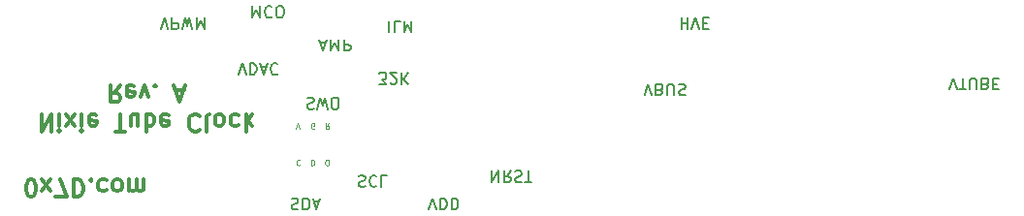
<source format=gbr>
G04 #@! TF.GenerationSoftware,KiCad,Pcbnew,(5.0.0)*
G04 #@! TF.CreationDate,2018-10-02T23:19:20-07:00*
G04 #@! TF.ProjectId,nixie_bottom_board,6E697869655F626F74746F6D5F626F61,rev?*
G04 #@! TF.SameCoordinates,Original*
G04 #@! TF.FileFunction,Legend,Bot*
G04 #@! TF.FilePolarity,Positive*
%FSLAX46Y46*%
G04 Gerber Fmt 4.6, Leading zero omitted, Abs format (unit mm)*
G04 Created by KiCad (PCBNEW (5.0.0)) date 10/02/18 23:19:20*
%MOMM*%
%LPD*%
G01*
G04 APERTURE LIST*
%ADD10C,0.200000*%
%ADD11C,0.100000*%
%ADD12C,0.300000*%
G04 APERTURE END LIST*
D10*
X148168095Y-105547619D02*
X148168095Y-106547619D01*
X148739523Y-105547619D01*
X148739523Y-106547619D01*
X149787142Y-105547619D02*
X149453809Y-106023809D01*
X149215714Y-105547619D02*
X149215714Y-106547619D01*
X149596666Y-106547619D01*
X149691904Y-106500000D01*
X149739523Y-106452380D01*
X149787142Y-106357142D01*
X149787142Y-106214285D01*
X149739523Y-106119047D01*
X149691904Y-106071428D01*
X149596666Y-106023809D01*
X149215714Y-106023809D01*
X150168095Y-105595238D02*
X150310952Y-105547619D01*
X150549047Y-105547619D01*
X150644285Y-105595238D01*
X150691904Y-105642857D01*
X150739523Y-105738095D01*
X150739523Y-105833333D01*
X150691904Y-105928571D01*
X150644285Y-105976190D01*
X150549047Y-106023809D01*
X150358571Y-106071428D01*
X150263333Y-106119047D01*
X150215714Y-106166666D01*
X150168095Y-106261904D01*
X150168095Y-106357142D01*
X150215714Y-106452380D01*
X150263333Y-106500000D01*
X150358571Y-106547619D01*
X150596666Y-106547619D01*
X150739523Y-106500000D01*
X151025238Y-106547619D02*
X151596666Y-106547619D01*
X151310952Y-105547619D02*
X151310952Y-106547619D01*
D11*
X133722380Y-105073809D02*
X133817619Y-105073809D01*
X133865238Y-105050000D01*
X133912857Y-105002380D01*
X133936666Y-104907142D01*
X133936666Y-104740476D01*
X133912857Y-104645238D01*
X133865238Y-104597619D01*
X133817619Y-104573809D01*
X133722380Y-104573809D01*
X133674761Y-104597619D01*
X133627142Y-104645238D01*
X133603333Y-104740476D01*
X133603333Y-104907142D01*
X133627142Y-105002380D01*
X133674761Y-105050000D01*
X133722380Y-105073809D01*
X132369047Y-104573809D02*
X132369047Y-105073809D01*
X132488095Y-105073809D01*
X132559523Y-105050000D01*
X132607142Y-105002380D01*
X132630952Y-104954761D01*
X132654761Y-104859523D01*
X132654761Y-104788095D01*
X132630952Y-104692857D01*
X132607142Y-104645238D01*
X132559523Y-104597619D01*
X132488095Y-104573809D01*
X132369047Y-104573809D01*
X131384761Y-104621428D02*
X131360952Y-104597619D01*
X131289523Y-104573809D01*
X131241904Y-104573809D01*
X131170476Y-104597619D01*
X131122857Y-104645238D01*
X131099047Y-104692857D01*
X131075238Y-104788095D01*
X131075238Y-104859523D01*
X131099047Y-104954761D01*
X131122857Y-105002380D01*
X131170476Y-105050000D01*
X131241904Y-105073809D01*
X131289523Y-105073809D01*
X131360952Y-105050000D01*
X131384761Y-105026190D01*
X133924761Y-101373809D02*
X133758095Y-101611904D01*
X133639047Y-101373809D02*
X133639047Y-101873809D01*
X133829523Y-101873809D01*
X133877142Y-101850000D01*
X133900952Y-101826190D01*
X133924761Y-101778571D01*
X133924761Y-101707142D01*
X133900952Y-101659523D01*
X133877142Y-101635714D01*
X133829523Y-101611904D01*
X133639047Y-101611904D01*
X132630952Y-101850000D02*
X132583333Y-101873809D01*
X132511904Y-101873809D01*
X132440476Y-101850000D01*
X132392857Y-101802380D01*
X132369047Y-101754761D01*
X132345238Y-101659523D01*
X132345238Y-101588095D01*
X132369047Y-101492857D01*
X132392857Y-101445238D01*
X132440476Y-101397619D01*
X132511904Y-101373809D01*
X132559523Y-101373809D01*
X132630952Y-101397619D01*
X132654761Y-101421428D01*
X132654761Y-101588095D01*
X132559523Y-101588095D01*
X131063333Y-101873809D02*
X131230000Y-101373809D01*
X131396666Y-101873809D01*
D10*
X132020476Y-99195238D02*
X132163333Y-99147619D01*
X132401428Y-99147619D01*
X132496666Y-99195238D01*
X132544285Y-99242857D01*
X132591904Y-99338095D01*
X132591904Y-99433333D01*
X132544285Y-99528571D01*
X132496666Y-99576190D01*
X132401428Y-99623809D01*
X132210952Y-99671428D01*
X132115714Y-99719047D01*
X132068095Y-99766666D01*
X132020476Y-99861904D01*
X132020476Y-99957142D01*
X132068095Y-100052380D01*
X132115714Y-100100000D01*
X132210952Y-100147619D01*
X132449047Y-100147619D01*
X132591904Y-100100000D01*
X132925238Y-100147619D02*
X133163333Y-99147619D01*
X133353809Y-99861904D01*
X133544285Y-99147619D01*
X133782380Y-100147619D01*
X134353809Y-100147619D02*
X134544285Y-100147619D01*
X134639523Y-100100000D01*
X134734761Y-100004761D01*
X134782380Y-99814285D01*
X134782380Y-99480952D01*
X134734761Y-99290476D01*
X134639523Y-99195238D01*
X134544285Y-99147619D01*
X134353809Y-99147619D01*
X134258571Y-99195238D01*
X134163333Y-99290476D01*
X134115714Y-99480952D01*
X134115714Y-99814285D01*
X134163333Y-100004761D01*
X134258571Y-100100000D01*
X134353809Y-100147619D01*
D12*
X107837857Y-107821428D02*
X107980714Y-107821428D01*
X108123571Y-107750000D01*
X108195000Y-107678571D01*
X108266428Y-107535714D01*
X108337857Y-107250000D01*
X108337857Y-106892857D01*
X108266428Y-106607142D01*
X108195000Y-106464285D01*
X108123571Y-106392857D01*
X107980714Y-106321428D01*
X107837857Y-106321428D01*
X107695000Y-106392857D01*
X107623571Y-106464285D01*
X107552142Y-106607142D01*
X107480714Y-106892857D01*
X107480714Y-107250000D01*
X107552142Y-107535714D01*
X107623571Y-107678571D01*
X107695000Y-107750000D01*
X107837857Y-107821428D01*
X108837857Y-106321428D02*
X109623571Y-107321428D01*
X108837857Y-107321428D02*
X109623571Y-106321428D01*
X110052142Y-107821428D02*
X111052142Y-107821428D01*
X110409285Y-106321428D01*
X111623571Y-106321428D02*
X111623571Y-107821428D01*
X111980714Y-107821428D01*
X112195000Y-107750000D01*
X112337857Y-107607142D01*
X112409285Y-107464285D01*
X112480714Y-107178571D01*
X112480714Y-106964285D01*
X112409285Y-106678571D01*
X112337857Y-106535714D01*
X112195000Y-106392857D01*
X111980714Y-106321428D01*
X111623571Y-106321428D01*
X113123571Y-106464285D02*
X113195000Y-106392857D01*
X113123571Y-106321428D01*
X113052142Y-106392857D01*
X113123571Y-106464285D01*
X113123571Y-106321428D01*
X114480714Y-106392857D02*
X114337857Y-106321428D01*
X114052142Y-106321428D01*
X113909285Y-106392857D01*
X113837857Y-106464285D01*
X113766428Y-106607142D01*
X113766428Y-107035714D01*
X113837857Y-107178571D01*
X113909285Y-107250000D01*
X114052142Y-107321428D01*
X114337857Y-107321428D01*
X114480714Y-107250000D01*
X115337857Y-106321428D02*
X115195000Y-106392857D01*
X115123571Y-106464285D01*
X115052142Y-106607142D01*
X115052142Y-107035714D01*
X115123571Y-107178571D01*
X115195000Y-107250000D01*
X115337857Y-107321428D01*
X115552142Y-107321428D01*
X115695000Y-107250000D01*
X115766428Y-107178571D01*
X115837857Y-107035714D01*
X115837857Y-106607142D01*
X115766428Y-106464285D01*
X115695000Y-106392857D01*
X115552142Y-106321428D01*
X115337857Y-106321428D01*
X116480714Y-106321428D02*
X116480714Y-107321428D01*
X116480714Y-107178571D02*
X116552142Y-107250000D01*
X116695000Y-107321428D01*
X116909285Y-107321428D01*
X117052142Y-107250000D01*
X117123571Y-107107142D01*
X117123571Y-106321428D01*
X117123571Y-107107142D02*
X117195000Y-107250000D01*
X117337857Y-107321428D01*
X117552142Y-107321428D01*
X117695000Y-107250000D01*
X117766428Y-107107142D01*
X117766428Y-106321428D01*
D10*
X161466666Y-98947619D02*
X161800000Y-97947619D01*
X162133333Y-98947619D01*
X162800000Y-98471428D02*
X162942857Y-98423809D01*
X162990476Y-98376190D01*
X163038095Y-98280952D01*
X163038095Y-98138095D01*
X162990476Y-98042857D01*
X162942857Y-97995238D01*
X162847619Y-97947619D01*
X162466666Y-97947619D01*
X162466666Y-98947619D01*
X162800000Y-98947619D01*
X162895238Y-98900000D01*
X162942857Y-98852380D01*
X162990476Y-98757142D01*
X162990476Y-98661904D01*
X162942857Y-98566666D01*
X162895238Y-98519047D01*
X162800000Y-98471428D01*
X162466666Y-98471428D01*
X163466666Y-98947619D02*
X163466666Y-98138095D01*
X163514285Y-98042857D01*
X163561904Y-97995238D01*
X163657142Y-97947619D01*
X163847619Y-97947619D01*
X163942857Y-97995238D01*
X163990476Y-98042857D01*
X164038095Y-98138095D01*
X164038095Y-98947619D01*
X164466666Y-97995238D02*
X164609523Y-97947619D01*
X164847619Y-97947619D01*
X164942857Y-97995238D01*
X164990476Y-98042857D01*
X165038095Y-98138095D01*
X165038095Y-98233333D01*
X164990476Y-98328571D01*
X164942857Y-98376190D01*
X164847619Y-98423809D01*
X164657142Y-98471428D01*
X164561904Y-98519047D01*
X164514285Y-98566666D01*
X164466666Y-98661904D01*
X164466666Y-98757142D01*
X164514285Y-98852380D01*
X164561904Y-98900000D01*
X164657142Y-98947619D01*
X164895238Y-98947619D01*
X165038095Y-98900000D01*
D12*
X108821428Y-100596428D02*
X108821428Y-102096428D01*
X109678571Y-100596428D01*
X109678571Y-102096428D01*
X110392857Y-100596428D02*
X110392857Y-101596428D01*
X110392857Y-102096428D02*
X110321428Y-102025000D01*
X110392857Y-101953571D01*
X110464285Y-102025000D01*
X110392857Y-102096428D01*
X110392857Y-101953571D01*
X110964285Y-100596428D02*
X111750000Y-101596428D01*
X110964285Y-101596428D02*
X111750000Y-100596428D01*
X112321428Y-100596428D02*
X112321428Y-101596428D01*
X112321428Y-102096428D02*
X112250000Y-102025000D01*
X112321428Y-101953571D01*
X112392857Y-102025000D01*
X112321428Y-102096428D01*
X112321428Y-101953571D01*
X113607142Y-100667857D02*
X113464285Y-100596428D01*
X113178571Y-100596428D01*
X113035714Y-100667857D01*
X112964285Y-100810714D01*
X112964285Y-101382142D01*
X113035714Y-101525000D01*
X113178571Y-101596428D01*
X113464285Y-101596428D01*
X113607142Y-101525000D01*
X113678571Y-101382142D01*
X113678571Y-101239285D01*
X112964285Y-101096428D01*
X115250000Y-102096428D02*
X116107142Y-102096428D01*
X115678571Y-100596428D02*
X115678571Y-102096428D01*
X117250000Y-101596428D02*
X117250000Y-100596428D01*
X116607142Y-101596428D02*
X116607142Y-100810714D01*
X116678571Y-100667857D01*
X116821428Y-100596428D01*
X117035714Y-100596428D01*
X117178571Y-100667857D01*
X117250000Y-100739285D01*
X117964285Y-100596428D02*
X117964285Y-102096428D01*
X117964285Y-101525000D02*
X118107142Y-101596428D01*
X118392857Y-101596428D01*
X118535714Y-101525000D01*
X118607142Y-101453571D01*
X118678571Y-101310714D01*
X118678571Y-100882142D01*
X118607142Y-100739285D01*
X118535714Y-100667857D01*
X118392857Y-100596428D01*
X118107142Y-100596428D01*
X117964285Y-100667857D01*
X119892857Y-100667857D02*
X119749999Y-100596428D01*
X119464285Y-100596428D01*
X119321428Y-100667857D01*
X119249999Y-100810714D01*
X119249999Y-101382142D01*
X119321428Y-101525000D01*
X119464285Y-101596428D01*
X119749999Y-101596428D01*
X119892857Y-101525000D01*
X119964285Y-101382142D01*
X119964285Y-101239285D01*
X119249999Y-101096428D01*
X122607142Y-100739285D02*
X122535714Y-100667857D01*
X122321428Y-100596428D01*
X122178571Y-100596428D01*
X121964285Y-100667857D01*
X121821428Y-100810714D01*
X121749999Y-100953571D01*
X121678571Y-101239285D01*
X121678571Y-101453571D01*
X121749999Y-101739285D01*
X121821428Y-101882142D01*
X121964285Y-102025000D01*
X122178571Y-102096428D01*
X122321428Y-102096428D01*
X122535714Y-102025000D01*
X122607142Y-101953571D01*
X123464285Y-100596428D02*
X123321428Y-100667857D01*
X123249999Y-100810714D01*
X123249999Y-102096428D01*
X124249999Y-100596428D02*
X124107142Y-100667857D01*
X124035714Y-100739285D01*
X123964285Y-100882142D01*
X123964285Y-101310714D01*
X124035714Y-101453571D01*
X124107142Y-101525000D01*
X124249999Y-101596428D01*
X124464285Y-101596428D01*
X124607142Y-101525000D01*
X124678571Y-101453571D01*
X124749999Y-101310714D01*
X124749999Y-100882142D01*
X124678571Y-100739285D01*
X124607142Y-100667857D01*
X124464285Y-100596428D01*
X124249999Y-100596428D01*
X126035714Y-100667857D02*
X125892857Y-100596428D01*
X125607142Y-100596428D01*
X125464285Y-100667857D01*
X125392857Y-100739285D01*
X125321428Y-100882142D01*
X125321428Y-101310714D01*
X125392857Y-101453571D01*
X125464285Y-101525000D01*
X125607142Y-101596428D01*
X125892857Y-101596428D01*
X126035714Y-101525000D01*
X126678571Y-100596428D02*
X126678571Y-102096428D01*
X126821428Y-101167857D02*
X127249999Y-100596428D01*
X127249999Y-101596428D02*
X126678571Y-101025000D01*
X115678571Y-98046428D02*
X115178571Y-98760714D01*
X114821428Y-98046428D02*
X114821428Y-99546428D01*
X115392857Y-99546428D01*
X115535714Y-99475000D01*
X115607142Y-99403571D01*
X115678571Y-99260714D01*
X115678571Y-99046428D01*
X115607142Y-98903571D01*
X115535714Y-98832142D01*
X115392857Y-98760714D01*
X114821428Y-98760714D01*
X116892857Y-98117857D02*
X116750000Y-98046428D01*
X116464285Y-98046428D01*
X116321428Y-98117857D01*
X116250000Y-98260714D01*
X116250000Y-98832142D01*
X116321428Y-98975000D01*
X116464285Y-99046428D01*
X116750000Y-99046428D01*
X116892857Y-98975000D01*
X116964285Y-98832142D01*
X116964285Y-98689285D01*
X116250000Y-98546428D01*
X117464285Y-99046428D02*
X117821428Y-98046428D01*
X118178571Y-99046428D01*
X118750000Y-98189285D02*
X118821428Y-98117857D01*
X118750000Y-98046428D01*
X118678571Y-98117857D01*
X118750000Y-98189285D01*
X118750000Y-98046428D01*
X120535714Y-98475000D02*
X121250000Y-98475000D01*
X120392857Y-98046428D02*
X120892857Y-99546428D01*
X121392857Y-98046428D01*
D10*
X188109523Y-98447619D02*
X188442857Y-97447619D01*
X188776190Y-98447619D01*
X188966666Y-98447619D02*
X189538095Y-98447619D01*
X189252380Y-97447619D02*
X189252380Y-98447619D01*
X189871428Y-98447619D02*
X189871428Y-97638095D01*
X189919047Y-97542857D01*
X189966666Y-97495238D01*
X190061904Y-97447619D01*
X190252380Y-97447619D01*
X190347619Y-97495238D01*
X190395238Y-97542857D01*
X190442857Y-97638095D01*
X190442857Y-98447619D01*
X191252380Y-97971428D02*
X191395238Y-97923809D01*
X191442857Y-97876190D01*
X191490476Y-97780952D01*
X191490476Y-97638095D01*
X191442857Y-97542857D01*
X191395238Y-97495238D01*
X191300000Y-97447619D01*
X190919047Y-97447619D01*
X190919047Y-98447619D01*
X191252380Y-98447619D01*
X191347619Y-98400000D01*
X191395238Y-98352380D01*
X191442857Y-98257142D01*
X191442857Y-98161904D01*
X191395238Y-98066666D01*
X191347619Y-98019047D01*
X191252380Y-97971428D01*
X190919047Y-97971428D01*
X191919047Y-97971428D02*
X192252380Y-97971428D01*
X192395238Y-97447619D02*
X191919047Y-97447619D01*
X191919047Y-98447619D01*
X192395238Y-98447619D01*
X136509523Y-105995238D02*
X136652380Y-105947619D01*
X136890476Y-105947619D01*
X136985714Y-105995238D01*
X137033333Y-106042857D01*
X137080952Y-106138095D01*
X137080952Y-106233333D01*
X137033333Y-106328571D01*
X136985714Y-106376190D01*
X136890476Y-106423809D01*
X136700000Y-106471428D01*
X136604761Y-106519047D01*
X136557142Y-106566666D01*
X136509523Y-106661904D01*
X136509523Y-106757142D01*
X136557142Y-106852380D01*
X136604761Y-106900000D01*
X136700000Y-106947619D01*
X136938095Y-106947619D01*
X137080952Y-106900000D01*
X138080952Y-106042857D02*
X138033333Y-105995238D01*
X137890476Y-105947619D01*
X137795238Y-105947619D01*
X137652380Y-105995238D01*
X137557142Y-106090476D01*
X137509523Y-106185714D01*
X137461904Y-106376190D01*
X137461904Y-106519047D01*
X137509523Y-106709523D01*
X137557142Y-106804761D01*
X137652380Y-106900000D01*
X137795238Y-106947619D01*
X137890476Y-106947619D01*
X138033333Y-106900000D01*
X138080952Y-106852380D01*
X138985714Y-105947619D02*
X138509523Y-105947619D01*
X138509523Y-106947619D01*
X142625238Y-108947619D02*
X142958571Y-107947619D01*
X143291904Y-108947619D01*
X143625238Y-107947619D02*
X143625238Y-108947619D01*
X143863333Y-108947619D01*
X144006190Y-108900000D01*
X144101428Y-108804761D01*
X144149047Y-108709523D01*
X144196666Y-108519047D01*
X144196666Y-108376190D01*
X144149047Y-108185714D01*
X144101428Y-108090476D01*
X144006190Y-107995238D01*
X143863333Y-107947619D01*
X143625238Y-107947619D01*
X144625238Y-107947619D02*
X144625238Y-108947619D01*
X144863333Y-108947619D01*
X145006190Y-108900000D01*
X145101428Y-108804761D01*
X145149047Y-108709523D01*
X145196666Y-108519047D01*
X145196666Y-108376190D01*
X145149047Y-108185714D01*
X145101428Y-108090476D01*
X145006190Y-107995238D01*
X144863333Y-107947619D01*
X144625238Y-107947619D01*
X130650952Y-107995238D02*
X130793809Y-107947619D01*
X131031904Y-107947619D01*
X131127142Y-107995238D01*
X131174761Y-108042857D01*
X131222380Y-108138095D01*
X131222380Y-108233333D01*
X131174761Y-108328571D01*
X131127142Y-108376190D01*
X131031904Y-108423809D01*
X130841428Y-108471428D01*
X130746190Y-108519047D01*
X130698571Y-108566666D01*
X130650952Y-108661904D01*
X130650952Y-108757142D01*
X130698571Y-108852380D01*
X130746190Y-108900000D01*
X130841428Y-108947619D01*
X131079523Y-108947619D01*
X131222380Y-108900000D01*
X131650952Y-107947619D02*
X131650952Y-108947619D01*
X131889047Y-108947619D01*
X132031904Y-108900000D01*
X132127142Y-108804761D01*
X132174761Y-108709523D01*
X132222380Y-108519047D01*
X132222380Y-108376190D01*
X132174761Y-108185714D01*
X132127142Y-108090476D01*
X132031904Y-107995238D01*
X131889047Y-107947619D01*
X131650952Y-107947619D01*
X132603333Y-108233333D02*
X133079523Y-108233333D01*
X132508095Y-107947619D02*
X132841428Y-108947619D01*
X133174761Y-107947619D01*
X119223809Y-93147619D02*
X119557142Y-92147619D01*
X119890476Y-93147619D01*
X120223809Y-92147619D02*
X120223809Y-93147619D01*
X120604761Y-93147619D01*
X120700000Y-93100000D01*
X120747619Y-93052380D01*
X120795238Y-92957142D01*
X120795238Y-92814285D01*
X120747619Y-92719047D01*
X120700000Y-92671428D01*
X120604761Y-92623809D01*
X120223809Y-92623809D01*
X121128571Y-93147619D02*
X121366666Y-92147619D01*
X121557142Y-92861904D01*
X121747619Y-92147619D01*
X121985714Y-93147619D01*
X122366666Y-92147619D02*
X122366666Y-93147619D01*
X122700000Y-92433333D01*
X123033333Y-93147619D01*
X123033333Y-92147619D01*
X126025238Y-97147619D02*
X126358571Y-96147619D01*
X126691904Y-97147619D01*
X127025238Y-96147619D02*
X127025238Y-97147619D01*
X127263333Y-97147619D01*
X127406190Y-97100000D01*
X127501428Y-97004761D01*
X127549047Y-96909523D01*
X127596666Y-96719047D01*
X127596666Y-96576190D01*
X127549047Y-96385714D01*
X127501428Y-96290476D01*
X127406190Y-96195238D01*
X127263333Y-96147619D01*
X127025238Y-96147619D01*
X127977619Y-96433333D02*
X128453809Y-96433333D01*
X127882380Y-96147619D02*
X128215714Y-97147619D01*
X128549047Y-96147619D01*
X129453809Y-96242857D02*
X129406190Y-96195238D01*
X129263333Y-96147619D01*
X129168095Y-96147619D01*
X129025238Y-96195238D01*
X128930000Y-96290476D01*
X128882380Y-96385714D01*
X128834761Y-96576190D01*
X128834761Y-96719047D01*
X128882380Y-96909523D01*
X128930000Y-97004761D01*
X129025238Y-97100000D01*
X129168095Y-97147619D01*
X129263333Y-97147619D01*
X129406190Y-97100000D01*
X129453809Y-97052380D01*
X133190476Y-94333333D02*
X133666666Y-94333333D01*
X133095238Y-94047619D02*
X133428571Y-95047619D01*
X133761904Y-94047619D01*
X134095238Y-94047619D02*
X134095238Y-95047619D01*
X134428571Y-94333333D01*
X134761904Y-95047619D01*
X134761904Y-94047619D01*
X135238095Y-94047619D02*
X135238095Y-95047619D01*
X135619047Y-95047619D01*
X135714285Y-95000000D01*
X135761904Y-94952380D01*
X135809523Y-94857142D01*
X135809523Y-94714285D01*
X135761904Y-94619047D01*
X135714285Y-94571428D01*
X135619047Y-94523809D01*
X135238095Y-94523809D01*
X127217619Y-91147619D02*
X127217619Y-92147619D01*
X127550952Y-91433333D01*
X127884285Y-92147619D01*
X127884285Y-91147619D01*
X128931904Y-91242857D02*
X128884285Y-91195238D01*
X128741428Y-91147619D01*
X128646190Y-91147619D01*
X128503333Y-91195238D01*
X128408095Y-91290476D01*
X128360476Y-91385714D01*
X128312857Y-91576190D01*
X128312857Y-91719047D01*
X128360476Y-91909523D01*
X128408095Y-92004761D01*
X128503333Y-92100000D01*
X128646190Y-92147619D01*
X128741428Y-92147619D01*
X128884285Y-92100000D01*
X128931904Y-92052380D01*
X129550952Y-92147619D02*
X129741428Y-92147619D01*
X129836666Y-92100000D01*
X129931904Y-92004761D01*
X129979523Y-91814285D01*
X129979523Y-91480952D01*
X129931904Y-91290476D01*
X129836666Y-91195238D01*
X129741428Y-91147619D01*
X129550952Y-91147619D01*
X129455714Y-91195238D01*
X129360476Y-91290476D01*
X129312857Y-91480952D01*
X129312857Y-91814285D01*
X129360476Y-92004761D01*
X129455714Y-92100000D01*
X129550952Y-92147619D01*
X138290476Y-97947619D02*
X138909523Y-97947619D01*
X138576190Y-97566666D01*
X138719047Y-97566666D01*
X138814285Y-97519047D01*
X138861904Y-97471428D01*
X138909523Y-97376190D01*
X138909523Y-97138095D01*
X138861904Y-97042857D01*
X138814285Y-96995238D01*
X138719047Y-96947619D01*
X138433333Y-96947619D01*
X138338095Y-96995238D01*
X138290476Y-97042857D01*
X139290476Y-97852380D02*
X139338095Y-97900000D01*
X139433333Y-97947619D01*
X139671428Y-97947619D01*
X139766666Y-97900000D01*
X139814285Y-97852380D01*
X139861904Y-97757142D01*
X139861904Y-97661904D01*
X139814285Y-97519047D01*
X139242857Y-96947619D01*
X139861904Y-96947619D01*
X140290476Y-96947619D02*
X140290476Y-97947619D01*
X140861904Y-96947619D02*
X140433333Y-97519047D01*
X140861904Y-97947619D02*
X140290476Y-97376190D01*
X139179523Y-92447619D02*
X139179523Y-93447619D01*
X140131904Y-92447619D02*
X139655714Y-92447619D01*
X139655714Y-93447619D01*
X140465238Y-92447619D02*
X140465238Y-93447619D01*
X140798571Y-92733333D01*
X141131904Y-93447619D01*
X141131904Y-92447619D01*
X164698571Y-92147619D02*
X164698571Y-93147619D01*
X164698571Y-92671428D02*
X165270000Y-92671428D01*
X165270000Y-92147619D02*
X165270000Y-93147619D01*
X165603333Y-93147619D02*
X165936666Y-92147619D01*
X166270000Y-93147619D01*
X166603333Y-92671428D02*
X166936666Y-92671428D01*
X167079523Y-92147619D02*
X166603333Y-92147619D01*
X166603333Y-93147619D01*
X167079523Y-93147619D01*
M02*

</source>
